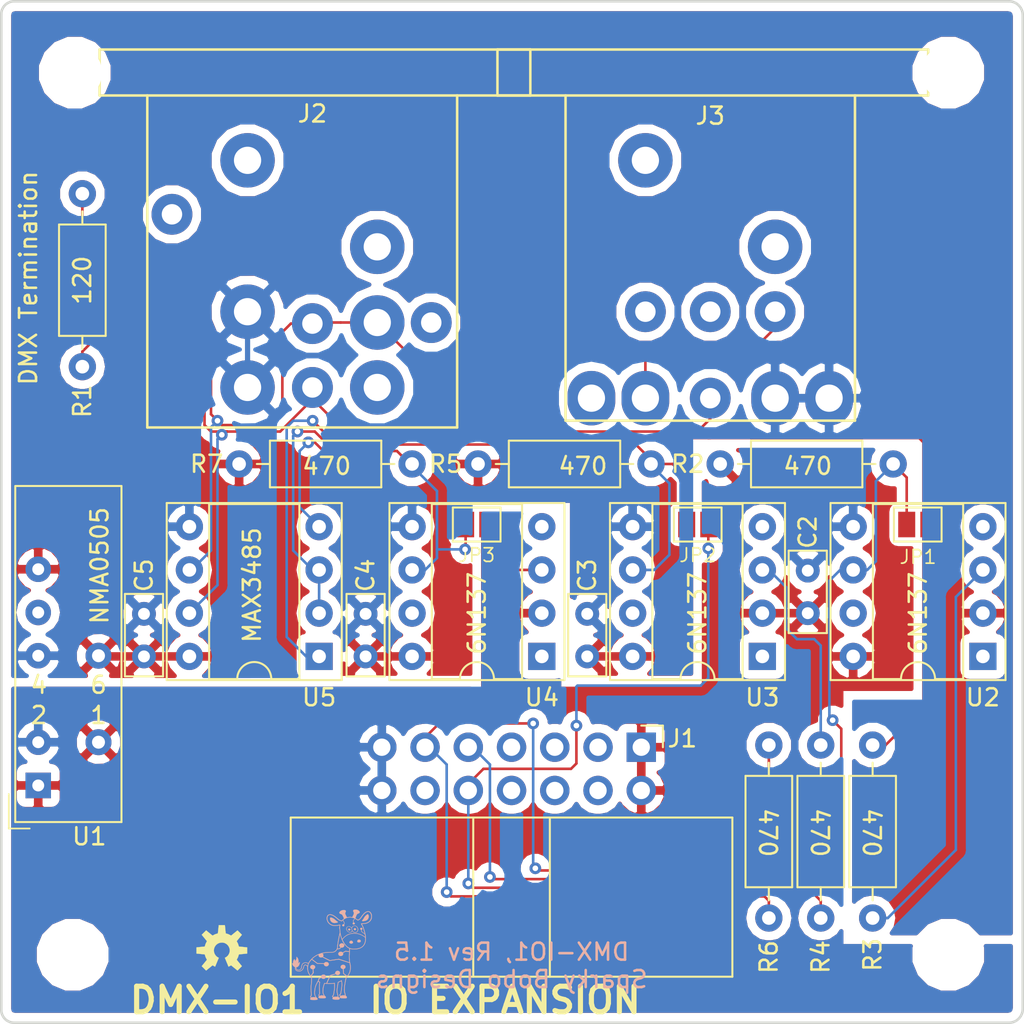
<source format=kicad_pcb>
(kicad_pcb (version 20171130) (host pcbnew "(5.1.12)-1")
  (title_block (title "DMX Demonstrator - DMX-512 IO Module (DMX-IO1)") (date 2023-12-19) (rev 1.5) (company "Sparky Bobo Designs") (comment 2 "Designed by: SparkyBobo") (comment 3 https://creativecommons.org/licenses/by-sa/4.0/) (comment 4 "Released under the Creative Commons Attribution Share-Alike 4.0m License"))
  (layers (0 F.Cu signal) (31 B.Cu signal) (34 B.Paste user hide) (35 F.Paste user hide) (36 B.SilkS user) (37 F.SilkS user) (38 B.Mask user hide) (39 F.Mask user hide) (44 Edge.Cuts user))
  (net 0 "")
  (net 1 +5V)
  (net 2 GND)
  (net 3 GNDD)
  (net 4 "Net-(J2-Pad2A)")
  (net 5 "Net-(J2-Pad3)")
  (net 6 "Net-(J3-Pad4B)")
  (net 7 "Net-(J3-Pad5B)")
  (net 8 "Net-(J2-Pad4B)")
  (net 9 "Net-(J2-Pad5B)")
  (net 10 VDD)
  (net 11 "Net-(U4-Pad1)")
  (net 12 "Net-(U4-Pad7)")
  (net 13 "Net-(U4-Pad4)")
  (net 14 "Net-(U3-Pad4)")
  (net 15 "Net-(U3-Pad7)")
  (net 16 "Net-(U3-Pad1)")
  (net 17 "Net-(U2-Pad1)")
  (net 18 "Net-(U2-Pad7)")
  (net 19 "Net-(U2-Pad4)")
  (net 20 "Net-(U1-Pad5)")
  (net 21 "Net-(R6-Pad1)")
  (net 22 "Net-(R4-Pad1)")
  (net 23 "Net-(J1-Pad12)")
  (net 24 "Net-(R3-Pad2)")
  (net 25 "Net-(J1-Pad3)")
  (net 26 "Net-(J1-Pad4)")
  (net 27 "Net-(J1-Pad5)")
  (net 28 "Net-(J1-Pad6)")
  (net 29 "Net-(J1-Pad7)")
  (net 30 "Net-(J1-Pad8)")
  (net 31 /DMX-RX)
  (net 32 /DMX-DIR)
  (net 33 /DMX-TX)
  (net 34 "Net-(JP3-Pad2)")
  (net 35 "Net-(JP2-Pad2)")
  (net 36 "Net-(JP1-Pad2)")
  (module Jumper:SolderJumper-2_P1.3mm_Open_Pad1.0x1.5mm (layer F.Cu) (at 168.26 91.313)
    (fp_text reference JP1 (at 0.015 1.905) (layer F.SilkS) (effects (font (size 0.8 0.8) (thickness 0.1))))
    (fp_text value "Bypass Iso")
    (pad 2 smd rect (at 0.65 0) (size 1 1.5) (layers F.Cu F.Mask) (net 36 "Net-(JP1-Pad2)"))
    (pad 1 smd rect (at -0.65 0) (size 1 1.5) (layers F.Cu F.Mask) (net 31 /DMX-RX))
  )
  (module Jumper:SolderJumper-2_P1.3mm_Open_Pad1.0x1.5mm (layer F.Cu) (at 155.336 91.313 180)
    (fp_text reference JP2 (at 0 -1.8 180) (layer F.SilkS) (effects (font (size 0.8 0.8) (thickness 0.1))))
    (fp_text value "Bypass Iso")
    (pad 1 smd rect (at -0.65 0 180) (size 1 1.5) (layers F.Cu F.Mask) (net 32 /DMX-DIR))
    (pad 2 smd rect (at 0.65 0 180) (size 1 1.5) (layers F.Cu F.Mask) (net 35 "Net-(JP2-Pad2)"))
  )
  (module Jumper:SolderJumper-2_P1.3mm_Open_Pad1.0x1.5mm (layer F.Cu) (at 142.352 91.313 180)
    (fp_text reference JP3 (at 0 -1.8 180) (layer F.SilkS) (effects (font (size 0.8 0.8) (thickness 0.1))))
    (fp_text value "Bypass Iso")
    (pad 2 smd rect (at 0.65 0 180) (size 1 1.5) (layers F.Cu F.Mask) (net 34 "Net-(JP3-Pad2)"))
    (pad 1 smd rect (at -0.65 0 180) (size 1 1.5) (layers F.Cu F.Mask) (net 33 /DMX-TX))
  )
  (module footprints:NEUTRIK-NC3MAH-NC5MAH (layer F.Cu) (at 156.070793 66.11216)
    (fp_text reference J3 (at 0 1.19784) (layer F.SilkS))
    (fp_text value NC3MAH/NC5MAH)
    (pad 1A thru_hole oval (at 3.81 17.78) (size 2.8 3.2) (drill 1.6) (layers *.Cu *.Mask) (net 3 GNDD))
    (pad 2A thru_hole oval (at -3.81 17.78) (size 2.8 3.2) (drill 1.6) (layers *.Cu *.Mask) (net 4 "Net-(J2-Pad2A)"))
    (pad 0 thru_hole circle (at 0 12.7) (size 2.4 2.4) (drill 1.2) (layers *.Cu *.Mask))
    (pad 0 thru_hole circle (at 3.81 8.89) (size 3.2 3.2) (drill 1.6) (layers *.Cu *.Mask))
    (pad 0 thru_hole circle (at -3.81 3.81) (size 3.2 3.2) (drill 1.6) (layers *.Cu *.Mask))
    (pad 5B thru_hole oval (at -6.98 17.78) (size 2.8 3.2) (drill 1.6) (layers *.Cu *.Mask) (net 7 "Net-(J3-Pad5B)"))
    (pad 4B thru_hole circle (at -3.81 12.7) (size 2.4 2.4) (drill 1.2) (layers *.Cu *.Mask) (net 6 "Net-(J3-Pad4B)"))
    (pad 3 thru_hole circle (at 0 17.78) (size 2.4 2.4) (drill 1.2) (layers *.Cu *.Mask) (net 5 "Net-(J2-Pad3)"))
    (pad 2B thru_hole circle (at 3.81 12.7) (size 2.4 2.4) (drill 1.2) (layers *.Cu *.Mask) (net 4 "Net-(J2-Pad2A)"))
    (pad 1B thru_hole oval (at 6.98 17.78) (size 2.8 3.2) (drill 1.6) (layers *.Cu *.Mask) (net 3 GNDD))
  )
  (module Resistor_THT:R_Axial_DIN0207_L6.3mm_D2.5mm_P10.16mm_Horizontal (layer F.Cu) (at 119.1895 71.882 270)
    (fp_text reference R1 (at 12.192 0 270) (layer F.SilkS))
    (fp_text value 120)
    (pad 1 thru_hole circle (at 0 0 270) (size 1.6 1.6) (drill 0.8) (layers *.Cu *.Mask) (net 4 "Net-(J2-Pad2A)"))
    (pad 2 thru_hole oval (at 10.16 0 270) (size 1.6 1.6) (drill 0.8) (layers *.Cu *.Mask) (net 5 "Net-(J2-Pad3)"))
  )
  (module Capacitor_THT:C_Rect_L4.6mm_W2.0mm_P2.50mm_MKS02_FKP02 (layer F.Cu) (at 161.798 96.52 90)
    (fp_text reference C2 (at 4.7625 0 90) (layer F.SilkS))
    (fp_text value 0.1uF)
    (pad 2 thru_hole circle (at 2.5 0 90) (size 1.4 1.4) (drill 0.7) (layers *.Cu *.Mask) (net 2 GND))
    (pad 1 thru_hole circle (at 0 0 90) (size 1.4 1.4) (drill 0.7) (layers *.Cu *.Mask) (net 1 +5V))
  )
  (module Capacitor_THT:C_Rect_L4.6mm_W2.0mm_P2.50mm_MKS02_FKP02 (layer F.Cu) (at 148.844 99.06 90)
    (fp_text reference C3 (at 4.7625 0 90) (layer F.SilkS))
    (fp_text value 0.1uF)
    (pad 1 thru_hole circle (at 0 0 90) (size 1.4 1.4) (drill 0.7) (layers *.Cu *.Mask) (net 10 VDD))
    (pad 2 thru_hole circle (at 2.5 0 90) (size 1.4 1.4) (drill 0.7) (layers *.Cu *.Mask) (net 3 GNDD))
  )
  (module Capacitor_THT:C_Rect_L4.6mm_W2.0mm_P2.50mm_MKS02_FKP02 (layer F.Cu) (at 135.8265 99.06 90)
    (fp_text reference C4 (at 4.7625 0 90) (layer F.SilkS))
    (fp_text value 0.1uF)
    (pad 2 thru_hole circle (at 2.5 0 90) (size 1.4 1.4) (drill 0.7) (layers *.Cu *.Mask) (net 3 GNDD))
    (pad 1 thru_hole circle (at 0 0 90) (size 1.4 1.4) (drill 0.7) (layers *.Cu *.Mask) (net 10 VDD))
  )
  (module Capacitor_THT:C_Rect_L4.6mm_W2.0mm_P2.50mm_MKS02_FKP02 (layer F.Cu) (at 122.809 99.06 90)
    (fp_text reference C5 (at 4.7625 0 90) (layer F.SilkS))
    (fp_text value 0.1uF)
    (pad 1 thru_hole circle (at 0 0 90) (size 1.4 1.4) (drill 0.7) (layers *.Cu *.Mask) (net 10 VDD))
    (pad 2 thru_hole circle (at 2.5 0 90) (size 1.4 1.4) (drill 0.7) (layers *.Cu *.Mask) (net 3 GNDD))
  )
  (module footprints:NEUTRIK-NC3FAH-NC5FAH (layer F.Cu) (at 132.702793 66.11216)
    (fp_text reference J2 (at 0 1.07084) (layer F.SilkS))
    (fp_text value NC3FAH/NC5FAH)
    (pad 2A thru_hole circle (at 3.81 13.335) (size 3.2 3.2) (drill 1.6) (layers *.Cu *.Mask) (net 4 "Net-(J2-Pad2A)"))
    (pad 1A thru_hole circle (at -3.81 12.7) (size 3.2 3.2) (drill 1.6) (layers *.Cu *.Mask) (net 3 GNDD))
    (pad 0 thru_hole circle (at -8.25 6.98) (size 2.4 2.4) (drill 1.2) (layers *.Cu *.Mask))
    (pad 0 thru_hole circle (at 3.81 8.89) (size 3.2 3.2) (drill 1.6) (layers *.Cu *.Mask))
    (pad 0 thru_hole circle (at -3.81 3.81) (size 3.2 3.2) (drill 1.6) (layers *.Cu *.Mask))
    (pad 5B thru_hole circle (at 3.81 17.15) (size 3.2 3.2) (drill 1.6) (layers *.Cu *.Mask) (net 9 "Net-(J2-Pad5B)"))
    (pad 4B thru_hole circle (at 6.98 13.34) (size 2.4 2.4) (drill 1.2) (layers *.Cu *.Mask) (net 8 "Net-(J2-Pad4B)"))
    (pad 3 thru_hole circle (at 0 17.15) (size 2.4 2.4) (drill 1.2) (layers *.Cu *.Mask) (net 5 "Net-(J2-Pad3)"))
    (pad 2B thru_hole circle (at 0 13.4) (size 2.4 2.4) (drill 1.2) (layers *.Cu *.Mask) (net 4 "Net-(J2-Pad2A)"))
    (pad 1B thru_hole circle (at -3.81 17.15) (size 3.2 3.2) (drill 1.6) (layers *.Cu *.Mask) (net 3 GNDD))
  )
  (module MountingHole:MountingHole_3.2mm_M3 (layer F.Cu) (at 118.745 64.77)
    (fp_text reference MH1 hide)
    (fp_text value MountingHole)
    (pad 1 np_thru_hole circle (at 0 0) (size 3.2 3.2) (drill 3.2) (layers *.Cu *.Mask))
  )
  (module MountingHole:MountingHole_3.2mm_M3 (layer F.Cu) (at 170.053 64.77)
    (fp_text reference MH2 hide)
    (fp_text value MountingHole)
    (pad 1 np_thru_hole circle (at 0 0) (size 3.2 3.2) (drill 3.2) (layers *.Cu *.Mask))
  )
  (module MountingHole:MountingHole_3.2mm_M3 (layer F.Cu) (at 118.618 116.586)
    (fp_text reference MH3 hide)
    (fp_text value MountingHole)
    (pad 1 np_thru_hole circle (at 0 0) (size 3.2 3.2) (drill 3.2) (layers *.Cu *.Mask))
  )
  (module MountingHole:MountingHole_3.2mm_M3 (layer F.Cu) (at 170.053 116.586)
    (fp_text reference MH4 hide)
    (fp_text value MountingHole)
    (pad 1 np_thru_hole circle (at 0 0) (size 3.2 3.2) (drill 3.2) (layers *.Cu *.Mask))
  )
  (module Connector_IDC:IDC-Header_2x07_P2.54mm_Horizontal (layer F.Cu) (at 152.019 104.394 270)
    (fp_text reference J1 (at -0.508 -2.413) (layer F.SilkS))
    (fp_text value "IO EXTENSION")
    (pad 1 thru_hole rect (at 0 0 270) (size 1.7272 1.7272) (drill 1.016) (layers *.Cu *.Mask) (net 1 +5V))
    (pad 2 thru_hole oval (at 2.54 0 270) (size 1.7272 1.7272) (drill 1.016) (layers *.Cu *.Mask) (net 1 +5V))
    (pad 3 thru_hole oval (at 0 2.54 270) (size 1.7272 1.7272) (drill 1.016) (layers *.Cu *.Mask) (net 25 "Net-(J1-Pad3)"))
    (pad 4 thru_hole oval (at 2.54 2.54 270) (size 1.7272 1.7272) (drill 1.016) (layers *.Cu *.Mask) (net 26 "Net-(J1-Pad4)"))
    (pad 5 thru_hole oval (at 0 5.08 270) (size 1.7272 1.7272) (drill 1.016) (layers *.Cu *.Mask) (net 27 "Net-(J1-Pad5)"))
    (pad 6 thru_hole oval (at 2.54 5.08 270) (size 1.7272 1.7272) (drill 1.016) (layers *.Cu *.Mask) (net 28 "Net-(J1-Pad6)"))
    (pad 7 thru_hole oval (at 0 7.62 270) (size 1.7272 1.7272) (drill 1.016) (layers *.Cu *.Mask) (net 29 "Net-(J1-Pad7)"))
    (pad 8 thru_hole oval (at 2.54 7.62 270) (size 1.7272 1.7272) (drill 1.016) (layers *.Cu *.Mask) (net 30 "Net-(J1-Pad8)"))
    (pad 9 thru_hole oval (at 0 10.16 270) (size 1.7272 1.7272) (drill 1.016) (layers *.Cu *.Mask) (net 31 /DMX-RX))
    (pad 10 thru_hole oval (at 2.54 10.16 270) (size 1.7272 1.7272) (drill 1.016) (layers *.Cu *.Mask) (net 32 /DMX-DIR))
    (pad 11 thru_hole oval (at 0 12.7 270) (size 1.7272 1.7272) (drill 1.016) (layers *.Cu *.Mask) (net 33 /DMX-TX))
    (pad 12 thru_hole oval (at 2.54 12.7 270) (size 1.7272 1.7272) (drill 1.016) (layers *.Cu *.Mask) (net 23 "Net-(J1-Pad12)"))
    (pad 13 thru_hole oval (at 0 15.24 270) (size 1.7272 1.7272) (drill 1.016) (layers *.Cu *.Mask) (net 2 GND))
    (pad 14 thru_hole oval (at 2.54 15.24 270) (size 1.7272 1.7272) (drill 1.016) (layers *.Cu *.Mask) (net 2 GND))
  )
  (module footprints:Converter_DCDC_muRata_NMAxxxxSC_THT_Bypass (layer F.Cu) (at 116.597672 106.63966 180)
    (fp_text reference U1 (at -3 -3 180) (layer F.SilkS))
    (fp_text value NMA0505SC)
    (pad 6 thru_hole circle (at -3.54 7.62 180) (size 1.524 1.524) (drill 0.762) (layers *.Cu *.Mask) (net 10 VDD))
    (pad 1 thru_hole circle (at -3.54 2.54 180) (size 1.524 1.524) (drill 0.762) (layers *.Cu *.Mask) (net 1 +5V))
    (pad 6 thru_hole oval (at 0 12.7 180) (size 1.5 1.5) (drill 0.7) (layers *.Cu *.Mask) (net 10 VDD))
    (pad 5 thru_hole oval (at 0 10.16 180) (size 1.5 1.5) (drill 0.7) (layers *.Cu *.Mask) (net 20 "Net-(U1-Pad5)"))
    (pad 4 thru_hole oval (at 0 7.62 180) (size 1.5 1.5) (drill 0.7) (layers *.Cu *.Mask) (net 3 GNDD))
    (pad 2 thru_hole oval (at 0 2.54 180) (size 1.5 1.5) (drill 0.7) (layers *.Cu *.Mask) (net 2 GND))
    (pad 1 thru_hole rect (at 0 0 180) (size 1.5 1.5) (drill 0.7) (layers *.Cu *.Mask) (net 1 +5V))
  )
  (module Package_DIP:DIP-8_W7.62mm_Socket (layer F.Cu) (at 146.177 99.06 180)
    (fp_text reference U4 (at 0 -2.413) (layer F.SilkS))
    (fp_text value 6N137)
    (pad 8 thru_hole oval (at 7.62 0 180) (size 1.6 1.6) (drill 0.8) (layers *.Cu *.Mask) (net 10 VDD))
    (pad 4 thru_hole oval (at 0 7.62 180) (size 1.6 1.6) (drill 0.8) (layers *.Cu *.Mask) (net 13 "Net-(U4-Pad4)"))
    (pad 7 thru_hole oval (at 7.62 2.54 180) (size 1.6 1.6) (drill 0.8) (layers *.Cu *.Mask) (net 12 "Net-(U4-Pad7)"))
    (pad 3 thru_hole oval (at 0 5.08 180) (size 1.6 1.6) (drill 0.8) (layers *.Cu *.Mask) (net 21 "Net-(R6-Pad1)"))
    (pad 6 thru_hole oval (at 7.62 5.08 180) (size 1.6 1.6) (drill 0.8) (layers *.Cu *.Mask) (net 34 "Net-(JP3-Pad2)"))
    (pad 2 thru_hole oval (at 0 2.54 180) (size 1.6 1.6) (drill 0.8) (layers *.Cu *.Mask) (net 1 +5V))
    (pad 5 thru_hole oval (at 7.62 7.62 180) (size 1.6 1.6) (drill 0.8) (layers *.Cu *.Mask) (net 3 GNDD))
    (pad 1 thru_hole rect (at 0 0 180) (size 1.6 1.6) (drill 0.8) (layers *.Cu *.Mask) (net 11 "Net-(U4-Pad1)"))
  )
  (module Resistor_THT:R_Axial_DIN0207_L6.3mm_D2.5mm_P10.16mm_Horizontal (layer F.Cu) (at 159.512 104.267 270)
    (fp_text reference R6 (at 12.446 0 270) (layer F.SilkS))
    (fp_text value 470)
    (pad 2 thru_hole oval (at 10.16 0 270) (size 1.6 1.6) (drill 0.8) (layers *.Cu *.Mask) (net 33 /DMX-TX))
    (pad 1 thru_hole circle (at 0 0 270) (size 1.6 1.6) (drill 0.8) (layers *.Cu *.Mask) (net 21 "Net-(R6-Pad1)"))
  )
  (module Package_DIP:DIP-8_W7.62mm_Socket (layer F.Cu) (at 133.096 99.06 180)
    (fp_text reference U5 (at 0 -2.413 180) (layer F.SilkS))
    (fp_text value MAX3485CPA+)
    (pad 8 thru_hole oval (at 7.62 0 180) (size 1.6 1.6) (drill 0.8) (layers *.Cu *.Mask) (net 10 VDD))
    (pad 4 thru_hole oval (at 0 7.62 180) (size 1.6 1.6) (drill 0.8) (layers *.Cu *.Mask) (net 34 "Net-(JP3-Pad2)"))
    (pad 7 thru_hole oval (at 7.62 2.54 180) (size 1.6 1.6) (drill 0.8) (layers *.Cu *.Mask) (net 5 "Net-(J2-Pad3)"))
    (pad 3 thru_hole oval (at 0 5.08 180) (size 1.6 1.6) (drill 0.8) (layers *.Cu *.Mask) (net 35 "Net-(JP2-Pad2)"))
    (pad 6 thru_hole oval (at 7.62 5.08 180) (size 1.6 1.6) (drill 0.8) (layers *.Cu *.Mask) (net 4 "Net-(J2-Pad2A)"))
    (pad 2 thru_hole oval (at 0 2.54 180) (size 1.6 1.6) (drill 0.8) (layers *.Cu *.Mask) (net 35 "Net-(JP2-Pad2)"))
    (pad 5 thru_hole oval (at 7.62 7.62 180) (size 1.6 1.6) (drill 0.8) (layers *.Cu *.Mask) (net 3 GNDD))
    (pad 1 thru_hole rect (at 0 0 180) (size 1.6 1.6) (drill 0.8) (layers *.Cu *.Mask) (net 36 "Net-(JP1-Pad2)"))
  )
  (module Package_DIP:DIP-8_W7.62mm_Socket (layer F.Cu) (at 172.085 99.06 180)
    (fp_text reference U2 (at 0 -2.413) (layer F.SilkS))
    (fp_text value 6N137)
    (pad 8 thru_hole oval (at 7.62 0 180) (size 1.6 1.6) (drill 0.8) (layers *.Cu *.Mask) (net 1 +5V))
    (pad 4 thru_hole oval (at 0 7.62 180) (size 1.6 1.6) (drill 0.8) (layers *.Cu *.Mask) (net 19 "Net-(U2-Pad4)"))
    (pad 7 thru_hole oval (at 7.62 2.54 180) (size 1.6 1.6) (drill 0.8) (layers *.Cu *.Mask) (net 18 "Net-(U2-Pad7)"))
    (pad 3 thru_hole oval (at 0 5.08 180) (size 1.6 1.6) (drill 0.8) (layers *.Cu *.Mask) (net 24 "Net-(R3-Pad2)"))
    (pad 6 thru_hole oval (at 7.62 5.08 180) (size 1.6 1.6) (drill 0.8) (layers *.Cu *.Mask) (net 31 /DMX-RX))
    (pad 2 thru_hole oval (at 0 2.54 180) (size 1.6 1.6) (drill 0.8) (layers *.Cu *.Mask) (net 10 VDD))
    (pad 5 thru_hole oval (at 7.62 7.62 180) (size 1.6 1.6) (drill 0.8) (layers *.Cu *.Mask) (net 2 GND))
    (pad 1 thru_hole rect (at 0 0 180) (size 1.6 1.6) (drill 0.8) (layers *.Cu *.Mask) (net 17 "Net-(U2-Pad1)"))
  )
  (module Package_DIP:DIP-8_W7.62mm_Socket (layer F.Cu) (at 159.131 99.06 180)
    (fp_text reference U3 (at 0 -2.413) (layer F.SilkS))
    (fp_text value 6N137)
    (pad 8 thru_hole oval (at 7.62 0 180) (size 1.6 1.6) (drill 0.8) (layers *.Cu *.Mask) (net 10 VDD))
    (pad 4 thru_hole oval (at 0 7.62 180) (size 1.6 1.6) (drill 0.8) (layers *.Cu *.Mask) (net 14 "Net-(U3-Pad4)"))
    (pad 7 thru_hole oval (at 7.62 2.54 180) (size 1.6 1.6) (drill 0.8) (layers *.Cu *.Mask) (net 15 "Net-(U3-Pad7)"))
    (pad 3 thru_hole oval (at 0 5.08 180) (size 1.6 1.6) (drill 0.8) (layers *.Cu *.Mask) (net 22 "Net-(R4-Pad1)"))
    (pad 6 thru_hole oval (at 7.62 5.08 180) (size 1.6 1.6) (drill 0.8) (layers *.Cu *.Mask) (net 35 "Net-(JP2-Pad2)"))
    (pad 2 thru_hole oval (at 0 2.54 180) (size 1.6 1.6) (drill 0.8) (layers *.Cu *.Mask) (net 1 +5V))
    (pad 5 thru_hole oval (at 7.62 7.62 180) (size 1.6 1.6) (drill 0.8) (layers *.Cu *.Mask) (net 3 GNDD))
    (pad 1 thru_hole rect (at 0 0 180) (size 1.6 1.6) (drill 0.8) (layers *.Cu *.Mask) (net 16 "Net-(U3-Pad1)"))
  )
  (module Resistor_THT:R_Axial_DIN0207_L6.3mm_D2.5mm_P10.16mm_Horizontal (layer F.Cu) (at 156.6545 87.757)
    (fp_text reference R2 (at -1.905 0) (layer F.SilkS))
    (fp_text value 470)
    (pad 2 thru_hole oval (at 10.16 0) (size 1.6 1.6) (drill 0.8) (layers *.Cu *.Mask) (net 31 /DMX-RX))
    (pad 1 thru_hole circle (at 0 0) (size 1.6 1.6) (drill 0.8) (layers *.Cu *.Mask) (net 1 +5V))
  )
  (module Resistor_THT:R_Axial_DIN0207_L6.3mm_D2.5mm_P10.16mm_Horizontal (layer F.Cu) (at 165.608 104.267 270)
    (fp_text reference R3 (at 12.319 0 270) (layer F.SilkS))
    (fp_text value 470)
    (pad 2 thru_hole oval (at 10.16 0 270) (size 1.6 1.6) (drill 0.8) (layers *.Cu *.Mask) (net 24 "Net-(R3-Pad2)"))
    (pad 1 thru_hole circle (at 0 0 270) (size 1.6 1.6) (drill 0.8) (layers *.Cu *.Mask) (net 36 "Net-(JP1-Pad2)"))
  )
  (module Resistor_THT:R_Axial_DIN0207_L6.3mm_D2.5mm_P10.16mm_Horizontal (layer F.Cu) (at 162.56 104.267 270)
    (fp_text reference R4 (at 12.446 0 270) (layer F.SilkS))
    (fp_text value 470)
    (pad 2 thru_hole oval (at 10.16 0 270) (size 1.6 1.6) (drill 0.8) (layers *.Cu *.Mask) (net 32 /DMX-DIR))
    (pad 1 thru_hole circle (at 0 0 270) (size 1.6 1.6) (drill 0.8) (layers *.Cu *.Mask) (net 22 "Net-(R4-Pad1)"))
  )
  (module Resistor_THT:R_Axial_DIN0207_L6.3mm_D2.5mm_P10.16mm_Horizontal (layer F.Cu) (at 152.5905 87.757 180)
    (fp_text reference R5 (at 12.065 0 180) (layer F.SilkS))
    (fp_text value 470)
    (pad 2 thru_hole oval (at 10.16 0 180) (size 1.6 1.6) (drill 0.8) (layers *.Cu *.Mask) (net 10 VDD))
    (pad 1 thru_hole circle (at 0 0 180) (size 1.6 1.6) (drill 0.8) (layers *.Cu *.Mask) (net 35 "Net-(JP2-Pad2)"))
  )
  (module footprints:OSHW-LOGO-S (layer F.Cu) (at 127.381 116.332)
    (fp_text reference "" (at 0 0) (layer F.SilkS) (effects (font (size 1.524 1.524))))
    (fp_text value "" (at 0 0) (layer F.SilkS) (effects (font (size 1.524 1.524))))
  )
  (module footprints:logo_cr_5x5 (layer B.Cu) (at 133.858 116.586 180)
    (fp_text reference G*** hide)
    (fp_text value LOGO hide)
  )
  (module Resistor_THT:R_Axial_DIN0207_L6.3mm_D2.5mm_P10.16mm_Horizontal (layer F.Cu) (at 138.557 87.757 180)
    (fp_text reference R7 (at 12.065 0 180) (layer F.SilkS))
    (fp_text value 470)
    (pad 2 thru_hole oval (at 10.16 0 180) (size 1.6 1.6) (drill 0.8) (layers *.Cu *.Mask) (net 10 VDD))
    (pad 1 thru_hole circle (at 0 0 180) (size 1.6 1.6) (drill 0.8) (layers *.Cu *.Mask) (net 34 "Net-(JP3-Pad2)"))
  )
  (gr_text 470 (at 165.5445 109.4105 270) (layer F.SilkS) (effects (font (size 1 1))))
  (gr_text 470 (at 162.4965 109.4105 270) (layer F.SilkS) (effects (font (size 1 1))))
  (gr_text 470 (at 159.4485 109.4105 270) (layer F.SilkS) (effects (font (size 1 1))))
  (gr_text 470 (at 161.798 87.884) (layer F.SilkS) (effects (font (size 1 1))))
  (gr_text 470 (at 148.59 87.884) (layer F.SilkS) (effects (font (size 1 1))))
  (gr_text 470 (at 133.5405 87.884) (layer F.SilkS) (effects (font (size 1 1))))
  (gr_text NMA0505 (at 120.2055 93.726 90) (layer F.SilkS) (effects (font (size 1 1))))
  (gr_text 6N137 (at 168.275 96.52 90) (layer F.SilkS) (effects (font (size 1 1))))
  (gr_text 6N137 (at 155.321 96.52 90) (layer F.SilkS) (effects (font (size 1 1))))
  (gr_text 6N137 (at 142.367 96.52 90) (layer F.SilkS) (effects (font (size 1 1))))
  (gr_text MAX3485 (at 129.159 94.869 90) (layer F.SilkS) (effects (font (size 1 1))))
  (gr_text 1 (at 120.142 102.5144) (layer F.SilkS) (effects (font (size 1 1))))
  (gr_text 6 (at 120.142 100.7364) (layer F.SilkS) (effects (font (size 1 1))))
  (gr_text 4 (at 116.6368 100.7364) (layer F.SilkS) (effects (font (size 1 1))))
  (gr_text 2 (at 116.6368 102.5144) (layer F.SilkS) (effects (font (size 1 1))))
  (gr_text 120 (at 119.1895 76.962 90) (layer F.SilkS) (effects (font (size 1 1))))
  (gr_text "DMX Termination" (at 116.0145 76.835 90) (layer F.SilkS) (effects (font (size 1 1))))
  (gr_arc (start 173.609 61.397) (end 174.427 61.397) (angle -90) (layer Edge.Cuts) (width 0.15))
  (gr_arc (start 173.609 119.761) (end 173.609 120.579) (angle -90) (layer Edge.Cuts) (width 0.15))
  (gr_arc (start 115.189 119.817) (end 114.427 119.817) (angle -90) (layer Edge.Cuts) (width 0.15))
  (gr_arc (start 115.189 61.341) (end 115.189 60.579) (angle -90) (layer Edge.Cuts) (width 0.15))
  (gr_line (start 114.427 119.817) (end 114.427 61.341) (layer Edge.Cuts) (width 0.15))
  (gr_line (start 115.189 120.579) (end 173.609 120.579) (layer Edge.Cuts) (width 0.15))
  (gr_line (start 174.427 61.397) (end 174.427 119.761) (layer Edge.Cuts) (width 0.15))
  (gr_line (start 115.189 60.579) (end 173.609 60.579) (layer Edge.Cuts) (width 0.15))
  (gr_text "DMX-IO1, Rev 1.5\nSparky Bobo Designs" (at 144.399 117.221) (layer B.SilkS) (effects (font (size 1 1)) (justify mirror)))
  (gr_text DMX-IO1 (at 127.127 119.253) (layer F.SilkS) (effects (font (size 1.5 1.5) (thickness 0.3))))
  (gr_text "IO EXPANSION" (at 144.018 119.253) (layer F.SilkS) (effects (font (size 1.5 1.5) (thickness 0.3))))
  (segment (start 161.798 96.52) (end 159.131 96.52) (width 0.5) (layer F.Cu) (net 1))
  (segment (start 128.892793 78.81216) (end 128.892793 83.26216) (width 0.3048) (layer B.Cu) (net 3))
  (segment (start 159.880793 83.89216) (end 163.050793 83.89216) (width 0.3048) (layer B.Cu) (net 3))
  (segment (start 152.260793 83.89216) (end 152.260793 82.918793) (width 0.1524) (layer F.Cu) (net 4))
  (segment (start 138.599633 81.534) (end 136.512793 79.44716) (width 0.1524) (layer F.Cu) (net 4))
  (segment (start 132.767793 79.44716) (end 132.702793 79.51216) (width 0.1524) (layer F.Cu) (net 4))
  (segment (start 150.876 81.534) (end 150.749 81.534) (width 0.1524) (layer F.Cu) (net 4))
  (segment (start 150.749 81.534) (end 138.599633 81.534) (width 0.1524) (layer F.Cu) (net 4))
  (segment (start 152.260793 81.546207) (end 152.273 81.534) (width 0.1524) (layer F.Cu) (net 4))
  (segment (start 152.260793 83.89216) (end 152.260793 81.546207) (width 0.1524) (layer F.Cu) (net 4))
  (segment (start 152.273 81.534) (end 150.749 81.534) (width 0.1524) (layer F.Cu) (net 4))
  (segment (start 136.512793 79.44716) (end 134.366 79.44716) (width 0.1524) (layer F.Cu) (net 4))
  (segment (start 134.366 79.44716) (end 132.767793 79.44716) (width 0.1524) (layer F.Cu) (net 4))
  (segment (start 159.880793 78.81216) (end 159.880793 79.133207) (width 0.1524) (layer F.Cu) (net 4))
  (segment (start 159.880793 79.616793) (end 159.880793 78.81216) (width 0.1524) (layer F.Cu) (net 4))
  (via (at 127.127 85.217) (size 0.6858) (drill 0.3302) (layers F.Cu B.Cu) (net 4))
  (segment (start 131.43484 79.51216) (end 132.702793 79.51216) (width 0.1524) (layer F.Cu) (net 4))
  (segment (start 130.937 80.01) (end 131.43484 79.51216) (width 0.1524) (layer F.Cu) (net 4))
  (segment (start 130.937 84.709) (end 130.937 80.01) (width 0.1524) (layer F.Cu) (net 4))
  (segment (start 130.175 85.471) (end 130.937 84.709) (width 0.1524) (layer F.Cu) (net 4))
  (segment (start 127.127 85.217) (end 127.381 85.471) (width 0.1524) (layer F.Cu) (net 4))
  (segment (start 127.381 85.471) (end 130.175 85.471) (width 0.1524) (layer F.Cu) (net 4))
  (segment (start 126.746 84.836) (end 127.127 85.217) (width 0.1524) (layer F.Cu) (net 4))
  (segment (start 126.746 80.772) (end 126.746 84.836) (width 0.1524) (layer F.Cu) (net 4))
  (segment (start 126.238 80.264) (end 126.746 80.772) (width 0.1524) (layer F.Cu) (net 4))
  (segment (start 159.880793 79.768207) (end 159.880793 78.81216) (width 0.1524) (layer F.Cu) (net 4))
  (segment (start 152.273 81.534) (end 158.115 81.534) (width 0.1524) (layer F.Cu) (net 4))
  (segment (start 158.115 81.534) (end 159.880793 79.768207) (width 0.1524) (layer F.Cu) (net 4))
  (segment (start 125.476 93.98) (end 125.603 93.98) (width 0.1524) (layer F.Cu) (net 4))
  (segment (start 126.746 85.598) (end 127.127 85.217) (width 0.1524) (layer B.Cu) (net 4))
  (segment (start 125.603 93.98) (end 126.746 92.837) (width 0.1524) (layer B.Cu) (net 4))
  (segment (start 126.746 92.837) (end 126.746 85.598) (width 0.1524) (layer B.Cu) (net 4))
  (segment (start 121.412 80.264) (end 121.6025 80.264) (width 0.1524) (layer F.Cu) (net 4))
  (segment (start 121.6025 80.264) (end 126.238 80.264) (width 0.1524) (layer F.Cu) (net 4))
  (segment (start 119.634 80.264) (end 121.6025 80.264) (width 0.1524) (layer F.Cu) (net 4))
  (segment (start 119.1895 71.882) (end 119.1895 79.8195) (width 0.1524) (layer F.Cu) (net 4))
  (segment (start 119.1895 79.8195) (end 119.634 80.264) (width 0.1524) (layer F.Cu) (net 4))
  (segment (start 127.127 94.869) (end 125.476 96.52) (width 0.1524) (layer B.Cu) (net 5))
  (segment (start 156.070793 85.102207) (end 156.070793 83.89216) (width 0.1524) (layer F.Cu) (net 5))
  (segment (start 155.321 85.852) (end 156.070793 85.102207) (width 0.1524) (layer F.Cu) (net 5))
  (segment (start 134.62 85.852) (end 155.321 85.852) (width 0.1524) (layer F.Cu) (net 5))
  (segment (start 132.702793 83.26216) (end 132.702793 83.934793) (width 0.1524) (layer F.Cu) (net 5))
  (segment (start 132.702793 83.934793) (end 134.62 85.852) (width 0.1524) (layer F.Cu) (net 5))
  (segment (start 132.702793 83.26216) (end 132.702793 83.959207) (width 0.1524) (layer F.Cu) (net 5))
  (segment (start 132.702793 83.959207) (end 130.81 85.852) (width 0.1524) (layer F.Cu) (net 5))
  (via (at 127.381 86.0425) (size 0.6858) (drill 0.3302) (layers F.Cu B.Cu) (net 5))
  (segment (start 127.127 94.869) (end 127.127 86.2965) (width 0.1524) (layer B.Cu) (net 5))
  (segment (start 127.127 86.2965) (end 127.381 86.0425) (width 0.1524) (layer B.Cu) (net 5))
  (segment (start 127.5715 85.852) (end 127.6985 85.852) (width 0.1524) (layer F.Cu) (net 5))
  (segment (start 127.381 86.0425) (end 127.5715 85.852) (width 0.1524) (layer F.Cu) (net 5))
  (segment (start 130.81 85.852) (end 127.6985 85.852) (width 0.1524) (layer F.Cu) (net 5))
  (segment (start 126.746 85.852) (end 127.6985 85.852) (width 0.1524) (layer F.Cu) (net 5))
  (segment (start 119.1895 81.153) (end 119.6975 80.645) (width 0.1524) (layer F.Cu) (net 5))
  (segment (start 119.1895 82.042) (end 119.1895 81.153) (width 0.1524) (layer F.Cu) (net 5))
  (segment (start 119.6975 80.645) (end 125.857 80.645) (width 0.1524) (layer F.Cu) (net 5))
  (segment (start 125.857 80.645) (end 126.365 81.153) (width 0.1524) (layer F.Cu) (net 5))
  (segment (start 126.365 81.153) (end 126.365 85.471) (width 0.1524) (layer F.Cu) (net 5))
  (segment (start 126.365 85.471) (end 126.746 85.852) (width 0.1524) (layer F.Cu) (net 5))
  (segment (start 151.511 99.06) (end 148.844 99.06) (width 0.5) (layer F.Cu) (net 10))
  (segment (start 122.809 99.06) (end 125.476 99.06) (width 0.5) (layer F.Cu) (net 10))
  (segment (start 135.89 99.06) (end 138.557 99.06) (width 0.5) (layer F.Cu) (net 10))
  (segment (start 120.178012 99.06) (end 120.137672 99.01966) (width 0.3048) (layer F.Cu) (net 10))
  (segment (start 122.809 99.06) (end 120.178012 99.06) (width 0.5) (layer F.Cu) (net 10))
  (segment (start 120.142 99.023988) (end 120.137672 99.01966) (width 0.3048) (layer F.Cu) (net 10))
  (via (at 145.796 111.506) (size 0.6858) (drill 0.3302) (layers F.Cu B.Cu) (net 21))
  (segment (start 159.512 105.791) (end 159.512 104.267) (width 0.1524) (layer F.Cu) (net 21))
  (segment (start 159.512 110.871) (end 159.512 105.791) (width 0.1524) (layer F.Cu) (net 21))
  (segment (start 158.75 111.633) (end 159.512 110.871) (width 0.1524) (layer F.Cu) (net 21))
  (segment (start 145.796 111.506) (end 145.923 111.633) (width 0.1524) (layer F.Cu) (net 21))
  (segment (start 145.923 111.633) (end 158.75 111.633) (width 0.1524) (layer F.Cu) (net 21))
  (via (at 145.669 102.997) (size 0.6858) (drill 0.3302) (layers F.Cu B.Cu) (net 21))
  (segment (start 145.669 111.379) (end 145.796 111.506) (width 0.1524) (layer B.Cu) (net 21))
  (segment (start 145.669 102.997) (end 145.669 111.379) (width 0.1524) (layer B.Cu) (net 21))
  (segment (start 143.383 102.997) (end 145.669 102.997) (width 0.1524) (layer F.Cu) (net 21))
  (segment (start 143.002 102.616) (end 143.383 102.997) (width 0.1524) (layer F.Cu) (net 21))
  (segment (start 143.002 94.361) (end 143.002 102.616) (width 0.1524) (layer F.Cu) (net 21))
  (segment (start 146.177 93.98) (end 143.383 93.98) (width 0.1524) (layer F.Cu) (net 21))
  (segment (start 143.383 93.98) (end 143.002 94.361) (width 0.1524) (layer F.Cu) (net 21))
  (segment (start 159.512 93.98) (end 159.131 93.98) (width 0.1524) (layer B.Cu) (net 22))
  (segment (start 162.56 104.267) (end 162.56 98.425) (width 0.1524) (layer B.Cu) (net 22))
  (segment (start 162.179 98.044) (end 161.163 98.044) (width 0.1524) (layer B.Cu) (net 22))
  (segment (start 161.163 98.044) (end 160.528 97.409) (width 0.1524) (layer B.Cu) (net 22))
  (segment (start 160.528 97.409) (end 160.528 94.996) (width 0.1524) (layer B.Cu) (net 22))
  (segment (start 162.56 98.425) (end 162.179 98.044) (width 0.1524) (layer B.Cu) (net 22))
  (segment (start 160.528 94.996) (end 159.512 93.98) (width 0.1524) (layer B.Cu) (net 22))
  (segment (start 165.608 114.427) (end 166.497 114.427) (width 0.1524) (layer B.Cu) (net 24))
  (segment (start 166.497 114.427) (end 170.4975 110.4265) (width 0.1524) (layer B.Cu) (net 24))
  (segment (start 170.4975 95.5675) (end 172.085 93.98) (width 0.1524) (layer B.Cu) (net 24))
  (segment (start 170.4975 110.4265) (end 170.4975 95.5675) (width 0.1524) (layer B.Cu) (net 24))
  (segment (start 141.859 104.394) (end 142.113 104.394) (width 0.1524) (layer B.Cu) (net 31))
  (segment (start 142.113 104.394) (end 143.129 105.41) (width 0.1524) (layer B.Cu) (net 31))
  (via (at 143.129 112.014) (size 0.6858) (drill 0.3302) (layers F.Cu B.Cu) (net 31))
  (segment (start 143.129 105.41) (end 143.129 112.014) (width 0.1524) (layer B.Cu) (net 31))
  (segment (start 143.256 112.141) (end 143.129 112.014) (width 0.1524) (layer F.Cu) (net 31))
  (segment (start 165.7985 88.773) (end 166.8145 87.757) (width 0.1524) (layer B.Cu) (net 31))
  (segment (start 165.7985 93.472) (end 165.7985 88.773) (width 0.1524) (layer B.Cu) (net 31))
  (segment (start 164.465 93.98) (end 165.2905 93.98) (width 0.1524) (layer B.Cu) (net 31))
  (segment (start 165.2905 93.98) (end 165.7985 93.472) (width 0.1524) (layer B.Cu) (net 31))
  (via (at 163.2585 102.8065) (size 0.6858) (drill 0.3302) (layers F.Cu B.Cu) (net 31))
  (segment (start 163.703 93.98) (end 164.465 93.98) (width 0.1524) (layer B.Cu) (net 31))
  (segment (start 163.068 94.615) (end 163.703 93.98) (width 0.1524) (layer B.Cu) (net 31))
  (segment (start 163.068 102.616) (end 163.068 94.615) (width 0.1524) (layer B.Cu) (net 31))
  (segment (start 163.2585 102.8065) (end 163.068 102.616) (width 0.1524) (layer B.Cu) (net 31))
  (segment (start 163.2585 102.8065) (end 163.7665 103.3145) (width 0.1524) (layer F.Cu) (net 31))
  (segment (start 163.7665 111.4425) (end 163.068 112.141) (width 0.1524) (layer F.Cu) (net 31))
  (segment (start 163.7665 103.3145) (end 163.7665 111.4425) (width 0.1524) (layer F.Cu) (net 31))
  (segment (start 163.068 112.141) (end 143.256 112.141) (width 0.1524) (layer F.Cu) (net 31))
  (segment (start 167.61 88.5525) (end 166.8145 87.757) (width 0.1524) (layer F.Cu) (net 31))
  (segment (start 167.61 91.313) (end 167.61 88.5525) (width 0.1524) (layer F.Cu) (net 31))
  (via (at 141.859 112.395) (size 0.6858) (drill 0.3302) (layers F.Cu B.Cu) (net 32))
  (segment (start 141.859 106.934) (end 141.859 112.395) (width 0.1524) (layer B.Cu) (net 32))
  (segment (start 162.56 113.411) (end 162.56 114.427) (width 0.1524) (layer F.Cu) (net 32))
  (segment (start 161.798 112.649) (end 162.56 113.411) (width 0.1524) (layer F.Cu) (net 32))
  (segment (start 141.859 112.395) (end 142.113 112.649) (width 0.1524) (layer F.Cu) (net 32))
  (segment (start 142.113 112.649) (end 161.798 112.649) (width 0.1524) (layer F.Cu) (net 32))
  (segment (start 141.859 106.934) (end 141.859 106.553) (width 0.1524) (layer F.Cu) (net 32))
  (segment (start 141.859 106.553) (end 142.748 105.664) (width 0.1524) (layer F.Cu) (net 32))
  (segment (start 142.748 105.664) (end 147.8915 105.664) (width 0.1524) (layer F.Cu) (net 32))
  (via (at 148.209 103.124) (size 0.6858) (drill 0.3302) (layers F.Cu B.Cu) (net 32))
  (segment (start 147.8915 105.664) (end 148.209 105.3465) (width 0.1524) (layer F.Cu) (net 32))
  (segment (start 148.209 105.3465) (end 148.209 103.124) (width 0.1524) (layer F.Cu) (net 32))
  (segment (start 148.209 103.124) (end 148.209 100.838) (width 0.1524) (layer B.Cu) (net 32))
  (segment (start 148.209 100.838) (end 148.2725 100.7745) (width 0.1524) (layer B.Cu) (net 32))
  (segment (start 148.2725 100.7745) (end 155.5115 100.7745) (width 0.1524) (layer B.Cu) (net 32))
  (segment (start 155.5115 100.7745) (end 155.829 100.457) (width 0.1524) (layer B.Cu) (net 32))
  (segment (start 155.829 100.457) (end 155.956 100.33) (width 0.1524) (layer B.Cu) (net 32))
  (via (at 155.956 92.71) (size 0.6858) (drill 0.3302) (layers F.Cu B.Cu) (net 32))
  (segment (start 155.956 100.33) (end 155.956 92.71) (width 0.1524) (layer B.Cu) (net 32))
  (segment (start 155.956 91.343) (end 155.986 91.313) (width 0.1524) (layer F.Cu) (net 32))
  (segment (start 155.956 92.71) (end 155.956 91.343) (width 0.1524) (layer F.Cu) (net 32))
  (segment (start 140.589 112.903) (end 140.589 105.41) (width 0.1524) (layer B.Cu) (net 33))
  (segment (start 140.589 105.41) (end 139.573 104.394) (width 0.1524) (layer B.Cu) (net 33))
  (segment (start 139.573 104.394) (end 139.319 104.394) (width 0.1524) (layer B.Cu) (net 33))
  (via (at 140.589 112.903) (size 0.6858) (drill 0.3302) (layers F.Cu B.Cu) (net 33))
  (segment (start 159.512 113.411) (end 159.512 114.427) (width 0.1524) (layer F.Cu) (net 33))
  (segment (start 159.258 113.157) (end 159.512 113.411) (width 0.1524) (layer F.Cu) (net 33))
  (segment (start 140.589 112.903) (end 140.843 113.157) (width 0.1524) (layer F.Cu) (net 33))
  (segment (start 140.843 113.157) (end 159.258 113.157) (width 0.1524) (layer F.Cu) (net 33))
  (segment (start 143.002 91.3765) (end 142.6845 91.694) (width 0.1524) (layer F.Cu) (net 33))
  (segment (start 143.002 91.313) (end 143.002 91.3765) (width 0.1524) (layer F.Cu) (net 33))
  (segment (start 139.319 104.394) (end 139.319 103.8225) (width 0.1524) (layer F.Cu) (net 33))
  (segment (start 139.319 103.8225) (end 140.208 102.9335) (width 0.1524) (layer F.Cu) (net 33))
  (segment (start 142.367 102.9335) (end 142.6845 102.616) (width 0.1524) (layer F.Cu) (net 33))
  (segment (start 140.208 102.9335) (end 142.367 102.9335) (width 0.1524) (layer F.Cu) (net 33))
  (segment (start 142.6845 91.694) (end 142.6845 102.616) (width 0.1524) (layer F.Cu) (net 33))
  (segment (start 133.096 91.44) (end 132.969 91.44) (width 0.1524) (layer B.Cu) (net 34))
  (segment (start 131.953 90.297) (end 133.096 91.44) (width 0.1524) (layer B.Cu) (net 34))
  (segment (start 132.461 86.487) (end 131.953 86.995) (width 0.1524) (layer B.Cu) (net 34))
  (via (at 132.461 86.487) (size 0.6858) (drill 0.3302) (layers F.Cu B.Cu) (net 34))
  (segment (start 131.953 86.995) (end 131.953 90.297) (width 0.1524) (layer B.Cu) (net 34))
  (segment (start 137.668 86.995) (end 138.557 87.884) (width 0.1524) (layer F.Cu) (net 34))
  (segment (start 133.35 86.995) (end 137.668 86.995) (width 0.1524) (layer F.Cu) (net 34))
  (segment (start 132.461 86.487) (end 132.842 86.487) (width 0.1524) (layer F.Cu) (net 34))
  (segment (start 132.842 86.487) (end 133.35 86.995) (width 0.1524) (layer F.Cu) (net 34))
  (via (at 141.6685 92.7735) (size 0.6858) (drill 0.3302) (layers F.Cu B.Cu) (net 34))
  (segment (start 141.702 91.313) (end 141.702 92.74) (width 0.1524) (layer F.Cu) (net 34))
  (segment (start 141.702 92.74) (end 141.6685 92.7735) (width 0.1524) (layer F.Cu) (net 34))
  (segment (start 141.6685 92.7735) (end 140.0175 92.7735) (width 0.1524) (layer B.Cu) (net 34))
  (segment (start 140.0175 89.3445) (end 140.0175 92.7735) (width 0.1524) (layer B.Cu) (net 34))
  (segment (start 138.557 87.884) (end 140.0175 89.3445) (width 0.1524) (layer B.Cu) (net 34))
  (segment (start 139.319 93.98) (end 138.557 93.98) (width 0.1524) (layer B.Cu) (net 34))
  (segment (start 140.0175 92.7735) (end 140.0175 93.2815) (width 0.1524) (layer B.Cu) (net 34))
  (segment (start 140.0175 93.2815) (end 139.319 93.98) (width 0.1524) (layer B.Cu) (net 34))
  (segment (start 133.096 96.52) (end 133.096 93.98) (width 0.1524) (layer B.Cu) (net 35))
  (segment (start 132.842 85.852) (end 133.604 86.614) (width 0.1524) (layer F.Cu) (net 35))
  (segment (start 131.826 85.852) (end 131.572 86.106) (width 0.1524) (layer B.Cu) (net 35))
  (via (at 131.826 85.852) (size 0.6858) (drill 0.3302) (layers F.Cu B.Cu) (net 35))
  (segment (start 131.572 86.106) (end 131.572 92.837) (width 0.1524) (layer B.Cu) (net 35))
  (segment (start 131.572 92.837) (end 132.715 93.98) (width 0.1524) (layer B.Cu) (net 35))
  (segment (start 132.715 93.98) (end 133.096 93.98) (width 0.1524) (layer B.Cu) (net 35))
  (segment (start 131.826 85.852) (end 132.842 85.852) (width 0.1524) (layer F.Cu) (net 35))
  (segment (start 152.5905 87.503) (end 151.7015 86.614) (width 0.1524) (layer F.Cu) (net 35))
  (segment (start 152.5905 87.757) (end 152.5905 87.503) (width 0.1524) (layer F.Cu) (net 35))
  (segment (start 133.604 86.614) (end 151.7015 86.614) (width 0.1524) (layer F.Cu) (net 35))
  (segment (start 153.8605 87.757) (end 152.5905 87.757) (width 0.1524) (layer F.Cu) (net 35))
  (segment (start 154.686 91.313) (end 154.686 88.5825) (width 0.1524) (layer F.Cu) (net 35))
  (segment (start 154.686 88.5825) (end 153.8605 87.757) (width 0.1524) (layer F.Cu) (net 35))
  (segment (start 152.781 93.98) (end 151.511 93.98) (width 0.1524) (layer B.Cu) (net 35))
  (segment (start 153.67 93.091) (end 152.781 93.98) (width 0.1524) (layer B.Cu) (net 35))
  (segment (start 153.67 88.9) (end 153.67 93.091) (width 0.1524) (layer B.Cu) (net 35))
  (segment (start 152.5905 87.757) (end 152.5905 87.8205) (width 0.1524) (layer B.Cu) (net 35))
  (segment (start 152.5905 87.8205) (end 153.67 88.9) (width 0.1524) (layer B.Cu) (net 35))
  (segment (start 132.334 99.06) (end 133.096 99.06) (width 0.1524) (layer B.Cu) (net 36))
  (segment (start 131.191 97.917) (end 132.334 99.06) (width 0.1524) (layer B.Cu) (net 36))
  (segment (start 131.191 85.598) (end 131.191 97.917) (width 0.1524) (layer B.Cu) (net 36))
  (segment (start 131.572 85.217) (end 131.191 85.598) (width 0.1524) (layer B.Cu) (net 36))
  (segment (start 132.715 85.217) (end 133.731 86.233) (width 0.1524) (layer F.Cu) (net 36))
  (segment (start 132.715 85.217) (end 131.572 85.217) (width 0.1524) (layer B.Cu) (net 36))
  (via (at 132.715 85.217) (size 0.6858) (drill 0.3302) (layers F.Cu B.Cu) (net 36))
  (segment (start 133.731 86.233) (end 155.956 86.233) (width 0.1524) (layer F.Cu) (net 36))
  (segment (start 155.956 86.233) (end 156.083 86.233) (width 0.1524) (layer F.Cu) (net 36))
  (segment (start 168.3385 86.233) (end 155.956 86.233) (width 0.1524) (layer F.Cu) (net 36))
  (segment (start 168.5925 86.487) (end 168.3385 86.233) (width 0.1524) (layer F.Cu) (net 36))
  (segment (start 165.608 104.267) (end 166.37 104.267) (width 0.1524) (layer F.Cu) (net 36))
  (segment (start 166.37 104.267) (end 168.5925 102.0445) (width 0.1524) (layer F.Cu) (net 36))
  (segment (start 168.5925 102.0445) (end 168.5925 90.4875) (width 0.1524) (layer F.Cu) (net 36))
  (segment (start 168.5925 90.4875) (end 168.5925 86.487) (width 0.1524) (layer F.Cu) (net 36))
  (segment (start 168.5925 90.6145) (end 168.5925 90.4875) (width 0.1524) (layer F.Cu) (net 36))
  (segment (start 168.91 91.313) (end 168.91 90.932) (width 0.1524) (layer F.Cu) (net 36))
  (segment (start 168.91 90.932) (end 168.5925 90.6145) (width 0.1524) (layer F.Cu) (net 36))
  (zone (net 3) (net_name GNDD) (layer B.Cu) (connect_pads (clearance 0.508)) (min_thickness 0.254) (fill yes (arc_segments 16) (thermal_gap 0.508) (thermal_bridge_width 0.508))
    (polygon (pts (xy 174.244 115.443) (xy 164.4015 115.443) (xy 164.4015 101.6) (xy 168.529 101.6) (xy 168.529 86.2965) (xy 155.067 86.2965) (xy 155.067 100.33) (xy 147.828 100.33) (xy 147.828 90.043) (xy 142.113 90.043) (xy 142.113 100.33) (xy 134.747 100.33) (xy 129.032 100.33) (xy 114.554 100.33) (xy 114.554 61.214) (xy 115.062 60.706) (xy 173.736 60.706) (xy 174.244 61.087)))
  )
  (zone (net 2) (net_name GND) (layer B.Cu) (connect_pads (clearance 0.508)) (min_thickness 0.254) (fill yes (arc_segments 16) (thermal_gap 0.508) (thermal_bridge_width 0.508))
    (polygon (pts (xy 174.244 115.951) (xy 163.8935 115.951) (xy 163.8935 101.092) (xy 168.021 101.092) (xy 168.021 86.8045) (xy 155.575 86.8045) (xy 155.575 100.838) (xy 147.32 100.838) (xy 147.32 90.551) (xy 142.621 90.551) (xy 142.621 100.838) (xy 134.239 100.838) (xy 129.54 100.838) (xy 114.554 100.838) (xy 114.554 120.015) (xy 114.935 120.396) (xy 173.863 120.396) (xy 174.244 120.015)))
  )
  (zone (net 1) (net_name +5V) (layer F.Cu) (connect_pads (clearance 0.508)) (min_thickness 0.254) (fill yes (arc_segments 16) (thermal_gap 0.508) (thermal_bridge_width 0.508))
    (polygon (pts (xy 174.244 115.951) (xy 163.8935 115.951) (xy 163.8935 101.092) (xy 168.021 101.092) (xy 168.021 86.8045) (xy 155.575 86.8045) (xy 155.575 100.838) (xy 147.32 100.838) (xy 147.32 90.551) (xy 142.621 90.551) (xy 142.621 100.838) (xy 134.239 100.838) (xy 129.54 100.838) (xy 114.554 100.838) (xy 114.554 120.015) (xy 114.935 120.396) (xy 173.863 120.396) (xy 174.244 120.015)))
  )
  (zone (net 10) (net_name VDD) (layer F.Cu) (connect_pads (clearance 0.508)) (min_thickness 0.254) (fill yes (arc_segments 16) (thermal_gap 0.508) (thermal_bridge_width 0.508))
    (polygon (pts (xy 174.244 115.443) (xy 164.4015 115.443) (xy 164.4015 101.6) (xy 168.529 101.6) (xy 168.529 86.2965) (xy 155.067 86.2965) (xy 155.067 100.203) (xy 147.828 100.203) (xy 147.828 90.043) (xy 142.113 90.043) (xy 142.113 100.203) (xy 134.747 100.203) (xy 129.032 100.33) (xy 114.554 100.33) (xy 114.554 61.214) (xy 115.062 60.706) (xy 173.736 60.706) (xy 174.244 61.087)))
  )
)
</source>
